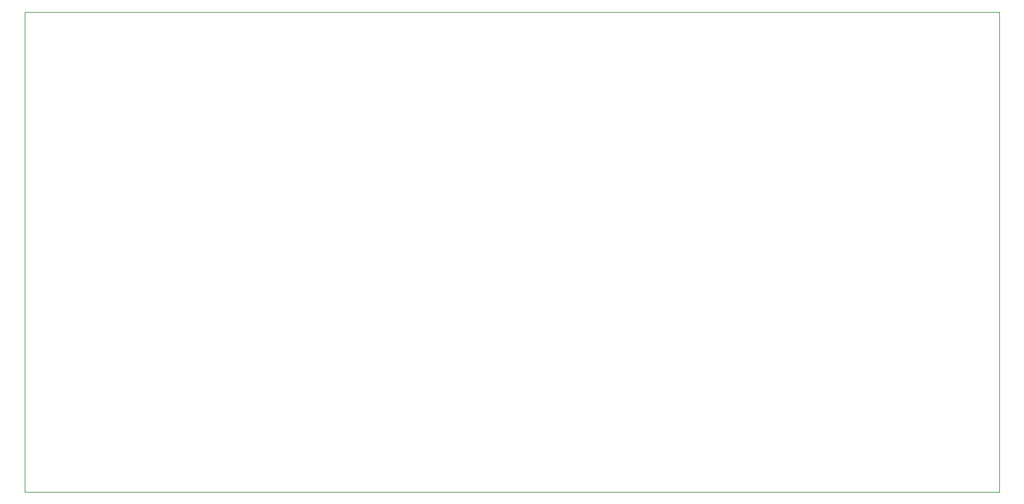
<source format=gbr>
%TF.GenerationSoftware,KiCad,Pcbnew,(5.1.6)-1*%
%TF.CreationDate,2020-10-04T13:32:32-07:00*%
%TF.ProjectId,Full555Timer,46756c6c-3535-4355-9469-6d65722e6b69,rev?*%
%TF.SameCoordinates,Original*%
%TF.FileFunction,Profile,NP*%
%FSLAX46Y46*%
G04 Gerber Fmt 4.6, Leading zero omitted, Abs format (unit mm)*
G04 Created by KiCad (PCBNEW (5.1.6)-1) date 2020-10-04 13:32:32*
%MOMM*%
%LPD*%
G01*
G04 APERTURE LIST*
%TA.AperFunction,Profile*%
%ADD10C,0.050000*%
%TD*%
G04 APERTURE END LIST*
D10*
X92075000Y-133985000D02*
X222250000Y-133985000D01*
X92075000Y-69850000D02*
X222250000Y-69850000D01*
X92075000Y-133985000D02*
X92075000Y-69850000D01*
X222250000Y-69850000D02*
X222250000Y-133985000D01*
M02*

</source>
